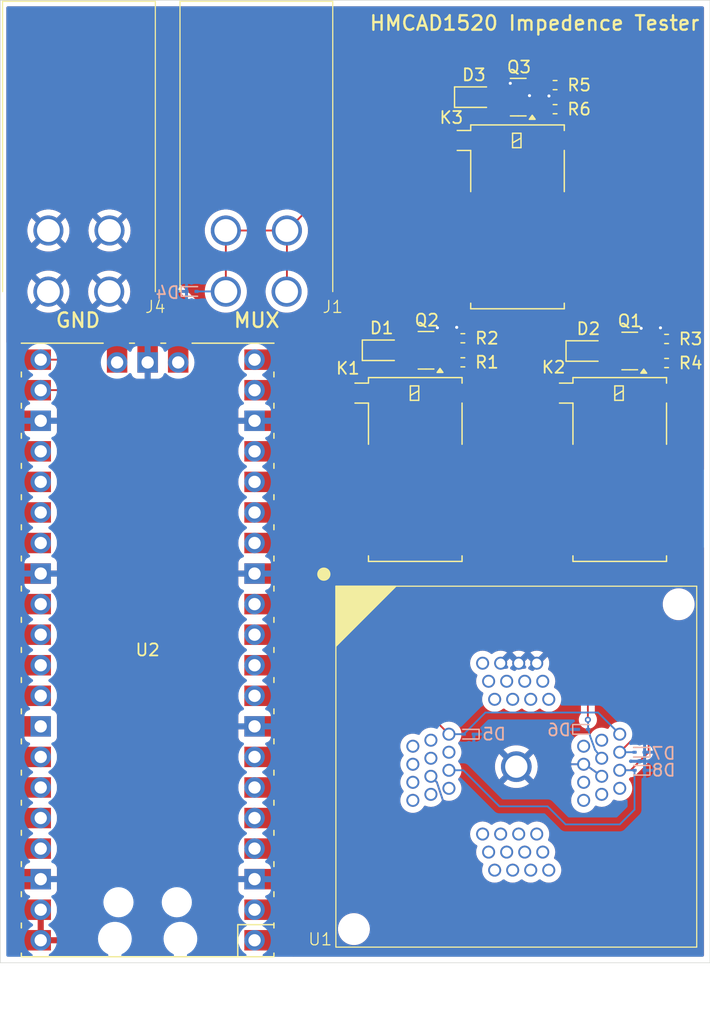
<source format=kicad_pcb>
(kicad_pcb (version 20240108) (generator "pcbnew") (generator_version "8.0")
  (layers (0 "F.Cu" signal) (31 "B.Cu" signal) (34 "B.Paste" user) (35 "F.Paste" user) (36 "B.SilkS" user "B.Silkscreen") (37 "F.SilkS" user "F.Silkscreen") (38 "B.Mask" user) (39 "F.Mask" user) (44 "Edge.Cuts" user))
  (net 0 "")
  (net 1 "Net-(D1-A)")
  (net 2 "+5V")
  (net 3 "Net-(D2-A)")
  (net 4 "Net-(D3-A)")
  (net 5 "GND")
  (net 6 "Net-(D4-A2)")
  (net 7 "/AVDD")
  (net 8 "/AVDD2")
  (net 9 "/OVDD")
  (net 10 "/DVDD")
  (net 11 "Net-(K1-Pad9)")
  (net 15 "Net-(K2-Pad9)")
  (net 22 "Net-(Q1-G)")
  (net 23 "Net-(Q2-G)")
  (net 24 "Net-(Q3-G)")
  (net 25 "/SEL2")
  (net 26 "/SEL1")
  (net 27 "/SEL0")
  (footprint "Relay_SMD:Relay_DPDT_Kemet_EE2_NU" (layer "F.Cu") (at 136 98)
    (property "Reference" "K2" (at -5.5 -8.5 0) (layer "F.SilkS"))
    (property "Value" "EE2-5NU")
    (pad "1" smd roundrect (at -3.645 -6.35 270) (size 1.11 3) (layers "F.Cu" "F.Paste" "F.Mask") (roundrect_rratio 0.225) (net 2 "+5V"))
    (pad "3" smd roundrect (at -3.645 -1.27 270) (size 1.11 3) (layers "F.Cu" "F.Paste" "F.Mask") (roundrect_rratio 0.225))
    (pad "4" smd roundrect (at -3.645 1.27 270) (size 1.11 3) (layers "F.Cu" "F.Paste" "F.Mask") (roundrect_rratio 0.225))
    (pad "5" smd roundrect (at -3.645 3.81 270) (size 1.11 3) (layers "F.Cu" "F.Paste" "F.Mask") (roundrect_rratio 0.225))
    (pad "8" smd roundrect (at 3.645 3.81 270) (size 1.11 3) (layers "F.Cu" "F.Paste" "F.Mask") (roundrect_rratio 0.225) (net 9 "/OVDD"))
    (pad "9" smd roundrect (at 3.645 1.27 270) (size 1.11 3) (layers "F.Cu" "F.Paste" "F.Mask") (roundrect_rratio 0.225) (net 15 "Net-(K2-Pad9)"))
    (pad "10" smd roundrect (at 3.645 -1.27 270) (size 1.11 3) (layers "F.Cu" "F.Paste" "F.Mask") (roundrect_rratio 0.225) (net 10 "/DVDD"))
    (pad "12" smd roundrect (at 3.645 -6.35 270) (size 1.11 3) (layers "F.Cu" "F.Paste" "F.Mask") (roundrect_rratio 0.225) (net 3 "Net-(D2-A)"))
  )
  (footprint "Resistor_SMD:R_0402_1005Metric" (layer "F.Cu") (at 139.895 89.15 180)
    (property "Reference" "R4" (at -2 0 0) (layer "F.SilkS"))
    (property "Value" "10k")
    (pad "1" smd roundrect (at -0.51 0 180) (size 0.54 0.64) (layers "F.Cu" "F.Paste" "F.Mask") (net 26 "/SEL1"))
    (pad "2" smd roundrect (at 0.51 0 180) (size 0.54 0.64) (layers "F.Cu" "F.Paste" "F.Mask") (net 22 "Net-(Q1-G)"))
  )
  (footprint "Resistor_SMD:R_0402_1005Metric" (layer "F.Cu") (at 139.895 87.15)
    (property "Reference" "R3" (at 2 0 0) (layer "F.SilkS"))
    (property "Value" "10k")
    (pad "1" smd roundrect (at -0.51 0) (size 0.54 0.64) (layers "F.Cu" "F.Paste" "F.Mask") (net 5 "GND"))
    (pad "2" smd roundrect (at 0.51 0) (size 0.54 0.64) (layers "F.Cu" "F.Paste" "F.Mask") (net 26 "/SEL1"))
  )
  (footprint "Package_TO_SOT_SMD:SOT-23" (layer "F.Cu") (at 127.5625 67.05 180)
    (property "Reference" "Q3" (at -0.0625 2.5 0) (layer "F.SilkS"))
    (property "Value" "DMN61D8LQ")
    (pad "1" smd roundrect (at -0.9375 -0.95 180) (size 1.475 0.6) (layers "F.Cu" "F.Paste" "F.Mask") (net 24 "Net-(Q3-G)"))
    (pad "2" smd roundrect (at -0.9375 0.95 180) (size 1.475 0.6) (layers "F.Cu" "F.Paste" "F.Mask") (net 5 "GND"))
    (pad "3" smd roundrect (at 0.9375 0 180) (size 1.475 0.6) (layers "F.Cu" "F.Paste" "F.Mask") (net 4 "Net-(D3-A)"))
  )
  (footprint "Package_TO_SOT_SMD:SOT-23" (layer "F.Cu") (at 119.895 88.09 180)
    (property "Reference" "Q2" (at -0.0625 2.5 0) (layer "F.SilkS"))
    (property "Value" "DMN61D8LQ")
    (pad "1" smd roundrect (at -0.9375 -0.95 180) (size 1.475 0.6) (layers "F.Cu" "F.Paste" "F.Mask") (net 23 "Net-(Q2-G)"))
    (pad "2" smd roundrect (at -0.9375 0.95 180) (size 1.475 0.6) (layers "F.Cu" "F.Paste" "F.Mask") (net 5 "GND"))
    (pad "3" smd roundrect (at 0.9375 0 180) (size 1.475 0.6) (layers "F.Cu" "F.Paste" "F.Mask") (net 1 "Net-(D1-A)"))
  )
  (footprint "Resistor_SMD:R_0402_1005Metric" (layer "F.Cu") (at 122.9575 87.09)
    (property "Reference" "R2" (at 2 0 0) (layer "F.SilkS"))
    (property "Value" "10k")
    (pad "1" smd roundrect (at -0.51 0) (size 0.54 0.64) (layers "F.Cu" "F.Paste" "F.Mask") (net 5 "GND"))
    (pad "2" smd roundrect (at 0.51 0) (size 0.54 0.64) (layers "F.Cu" "F.Paste" "F.Mask") (net 25 "/SEL2"))
  )
  (footprint "Diode_SMD:D_SOD-323" (layer "F.Cu") (at 116.2075 88.09)
    (property "Reference" "D1" (at 0 -1.85 0) (layer "F.SilkS"))
    (property "Value" "D_Filled")
    (pad "1" smd roundrect (at -1.05 0) (size 0.6 0.45) (layers "F.Cu" "F.Paste" "F.Mask") (net 2 "+5V"))
    (pad "2" smd roundrect (at 1.05 0) (size 0.6 0.45) (layers "F.Cu" "F.Paste" "F.Mask") (net 1 "Net-(D1-A)"))
  )
  (footprint "Diode_SMD:D_SOD-323" (layer "F.Cu") (at 133.145 88.15)
    (property "Reference" "D2" (at 0.25 -1.85 0) (layer "F.SilkS"))
    (property "Value" "D_Filled")
    (pad "1" smd roundrect (at -1.05 0) (size 0.6 0.45) (layers "F.Cu" "F.Paste" "F.Mask") (net 2 "+5V"))
    (pad "2" smd roundrect (at 1.05 0) (size 0.6 0.45) (layers "F.Cu" "F.Paste" "F.Mask") (net 3 "Net-(D2-A)"))
  )
  (footprint "ThunderScope:3M_248-5205-01" (layer "F.Cu") (at 127.4 122.7)
    (property "Reference" "U1" (at -16.3 14.35 0) (layer "F.SilkS") (effects (font (thickness 0.1))))
    (property "Value" "HMCAD1520")
    (pad "" np_thru_hole circle (at -13.5 13.5) (size 2.25 2.25) (drill 2.25) (layers "F&B.Cu" "*.Mask"))
    (pad "" np_thru_hole circle (at 13.5 -13.5) (size 2.25 2.25) (drill 2.25) (layers "F&B.Cu" "*.Mask"))
    (pad "1" thru_hole circle (at -5.6 -2.7) (size 1.08 1.08) (drill 0.78) (layers "*.Cu" "*.Mask") (net 7 "/AVDD"))
    (pad "2" thru_hole circle (at -7.1 -2.2) (size 1.08 1.08) (drill 0.78) (layers "*.Cu" "*.Mask"))
    (pad "3" thru_hole circle (at -8.6 -1.7) (size 1.08 1.08) (drill 0.78) (layers "*.Cu" "*.Mask"))
    (pad "4" thru_hole circle (at -5.6 -1.2) (size 1.08 1.08) (drill 0.78) (layers "*.Cu" "*.Mask"))
    (pad "5" thru_hole circle (at -7.1 -0.7) (size 1.08 1.08) (drill 0.78) (layers "*.Cu" "*.Mask"))
    (pad "6" thru_hole circle (at -8.6 -0.2) (size 1.08 1.08) (drill 0.78) (layers "*.Cu" "*.Mask"))
    (pad "7" thru_hole circle (at -5.6 0.3) (size 1.08 1.08) (drill 0.78) (layers "*.Cu" "*.Mask") (net 10 "/DVDD"))
    (pad "8" thru_hole circle (at -7.1 0.8) (size 1.08 1.08) (drill 0.78) (layers "*.Cu" "*.Mask") (net 5 "GND"))
    (pad "9" thru_hole circle (at -8.6 1.3) (size 1.08 1.08) (drill 0.78) (layers "*.Cu" "*.Mask"))
    (pad "10" thru_hole circle (at -5.6 1.8) (size 1.08 1.08) (drill 0.78) (layers "*.Cu" "*.Mask"))
    (pad "11" thru_hole circle (at -7.1 2.3) (size 1.08 1.08) (drill 0.78) (layers "*.Cu" "*.Mask"))
    (pad "12" thru_hole circle (at -8.6 2.8) (size 1.08 1.08) (drill 0.78) (layers "*.Cu" "*.Mask"))
    (pad "13" thru_hole circle (at -2.8 5.6 270) (size 1.08 1.08) (drill 0.78) (layers "*.Cu" "*.Mask"))
    (pad "14" thru_hole circle (at -2.3 7.1 270) (size 1.08 1.08) (drill 0.78) (layers "*.Cu" "*.Mask"))
    (pad "15" thru_hole circle (at -1.8 8.6 270) (size 1.08 1.08) (drill 0.78) (layers "*.Cu" "*.Mask"))
    (pad "16" thru_hole circle (at -1.3 5.6 270) (size 1.08 1.08) (drill 0.78) (layers "*.Cu" "*.Mask"))
    (pad "17" thru_hole circle (at -0.8 7.1 270) (size 1.08 1.08) (drill 0.78) (layers "*.Cu" "*.Mask"))
    (pad "18" thru_hole circle (at -0.3 8.6 270) (size 1.08 1.08) (drill 0.78) (layers "*.Cu" "*.Mask"))
    (pad "19" thru_hole circle (at 0.2 5.6 270) (size 1.08 1.08) (drill 0.78) (layers "*.Cu" "*.Mask"))
    (pad "20" thru_hole circle (at 0.7 7.1 270) (size 1.08 1.08) (drill 0.78) (layers "*.Cu" "*.Mask"))
    (pad "21" thru_hole circle (at 1.2 8.6 270) (size 1.08 1.08) (drill 0.78) (layers "*.Cu" "*.Mask"))
    (pad "22" thru_hole circle (at 1.7 5.6 270) (size 1.08 1.08) (drill 0.78) (layers "*.Cu" "*.Mask"))
    (pad "23" thru_hole circle (at 2.2 7.1 270) (size 1.08 1.08) (drill 0.78) (layers "*.Cu" "*.Mask"))
    (pad "24" thru_hole circle (at 2.7 8.6 270) (size 1.08 1.08) (drill 0.78) (layers "*.Cu" "*.Mask"))
    (pad "25" thru_hole circle (at 5.6 2.8) (size 1.08 1.08) (drill 0.78) (layers "*.Cu" "*.Mask"))
    (pad "26" thru_hole circle (at 7.1 2.3) (size 1.08 1.08) (drill 0.78) (layers "*.Cu" "*.Mask"))
    (pad "27" thru_hole circle (at 8.6 1.8) (size 1.08 1.08) (drill 0.78) (layers "*.Cu" "*.Mask"))
    (pad "28" thru_hole circle (at 5.6 1.3) (size 1.08 1.08) (drill 0.78) (layers "*.Cu" "*.Mask"))
    (pad "29" thru_hole circle (at 7.1 0.8) (size 1.08 1.08) (drill 0.78) (layers "*.Cu" "*.Mask") (net 5 "GND"))
    (pad "30" thru_hole circle (at 8.6 0.3) (size 1.08 1.08) (drill 0.78) (layers "*.Cu" "*.Mask") (net 10 "/DVDD"))
    (pad "31" thru_hole circle (at 5.6 -0.2) (size 1.08 1.08) (drill 0.78) (layers "*.Cu" "*.Mask") (net 5 "GND"))
    (pad "32" thru_hole circle (at 7.1 -0.7) (size 1.08 1.08) (drill 0.78) (layers "*.Cu" "*.Mask") (net 8 "/AVDD2"))
    (pad "33" thru_hole circle (at 8.6 -1.2) (size 1.08 1.08) (drill 0.78) (layers "*.Cu" "*.Mask") (net 9 "/OVDD"))
    (pad "34" thru_hole circle (at 5.6 -1.7) (size 1.08 1.08) (drill 0.78) (layers "*.Cu" "*.Mask"))
    (pad "35" thru_hole circle (at 7.1 -2.2) (size 1.08 1.08) (drill 0.78) (layers "*.Cu" "*.Mask"))
    (pad "36" thru_hole circle (at 8.6 -2.7) (size 1.08 1.08) (drill 0.78) (layers "*.Cu" "*.Mask") (net 7 "/AVDD"))
    (pad "37" thru_hole circle (at 2.7 -5.6 270) (size 1.08 1.08) (drill 0.78) (layers "*.Cu" "*.Mask"))
    (pad "38" thru_hole circle (at 2.2 -7.1 270) (size 1.08 1.08) (drill 0.78) (layers "*.Cu" "*.Mask"))
    (pad "39" thru_hole circle (at 1.7 -8.6 270) (size 1.08 1.08) (drill 0.78) (layers "*.Cu" "*.Mask") (net 5 "GND"))
    (pad "40" thru_hole circle (at 1.2 -5.6 270) (size 1.08 1.08) (drill 0.78) (layers "*.Cu" "*.Mask"))
    (pad "41" thru_hole circle (at 0.7 -7.1 270) (size 1.08 1.08) (drill 0.78) (layers "*.Cu" "*.Mask"))
    (pad "42" thru_hole circle (at 0.2 -8.6 270) (size 1.08 1.08) (drill 0.78) (layers "*.Cu" "*.Mask") (net 5 "GND"))
    (pad "43" thru_hole circle (at -0.3 -5.6 270) (size 1.08 1.08) (drill 0.78) (layers "*.Cu" "*.Mask"))
    (pad "44" thru_hole circle (at -0.8 -7.1 270) (size 1.08 1.08) (drill 0.78) (layers "*.Cu" "*.Mask"))
    (pad "45" thru_hole circle (at -1.3 -8.6 270) (size 1.08 1.08) (drill 0.78) (layers "*.Cu" "*.Mask") (net 5 "GND"))
    (pad "46" thru_hole circle (at -1.8 -5.6 270) (size 1.08 1.08) (drill 0.78) (layers "*.Cu" "*.Mask"))
    (pad "47" thru_hole circle (at -2.3 -7.1 270) (size 1.08 1.08) (drill 0.78) (layers "*.Cu" "*.Mask"))
    (pad "48" thru_hole circle (at -2.8 -8.6 270) (size 1.08 1.08) (drill 0.78) (layers "*.Cu" "*.Mask"))
    (pad "49" thru_hole circle (at 0 0) (size 2.55 2.55) (drill 1.85) (layers "*.Cu" "*.Mask") (net 5 "GND"))
  )
  (footprint "Resistor_SMD:R_0402_1005Metric" (layer "F.Cu") (at 122.9575 89.09 180)
    (property "Reference" "R1" (at -2 0 0) (layer "F.SilkS"))
    (property "Value" "10k")
    (pad "1" smd roundrect (at -0.51 0 180) (size 0.54 0.64) (layers "F.Cu" "F.Paste" "F.Mask") (net 25 "/SEL2"))
    (pad "2" smd roundrect (at 0.51 0 180) (size 0.54 0.64) (layers "F.Cu" "F.Paste" "F.Mask") (net 23 "Net-(Q2-G)"))
  )
  (footprint "Relay_SMD:Relay_DPDT_Kemet_EE2_NU" (layer "F.Cu") (at 127.5 77)
    (property "Reference" "K3" (at -5.5 -8.25 0) (layer "F.SilkS"))
    (property "Value" "EE2-5NU")
    (pad "1" smd roundrect (at -3.645 -6.35 270) (size 1.11 3) (layers "F.Cu" "F.Paste" "F.Mask") (roundrect_rratio 0.225) (net 2 "+5V"))
    (pad "3" smd roundrect (at -3.645 -1.27 270) (size 1.11 3) (layers "F.Cu" "F.Paste" "F.Mask") (roundrect_rratio 0.225))
    (pad "4" smd roundrect (at -3.645 1.27 270) (size 1.11 3) (layers "F.Cu" "F.Paste" "F.Mask") (roundrect_rratio 0.225))
    (pad "5" smd roundrect (at -3.645 3.81 270) (size 1.11 3) (layers "F.Cu" "F.Paste" "F.Mask") (roundrect_rratio 0.225))
    (pad "8" smd roundrect (at 3.645 3.81 270) (size 1.11 3) (layers "F.Cu" "F.Paste" "F.Mask") (roundrect_rratio 0.225) (net 15 "Net-(K2-Pad9)"))
    (pad "9" smd roundrect (at 3.645 1.27 270) (size 1.11 3) (layers "F.Cu" "F.Paste" "F.Mask") (roundrect_rratio 0.225) (net 6 "Net-(D4-A2)"))
    (pad "10" smd roundrect (at 3.645 -1.27 270) (size 1.11 3) (layers "F.Cu" "F.Paste" "F.Mask") (roundrect_rratio 0.225) (net 11 "Net-(K1-Pad9)"))
    (pad "12" smd roundrect (at 3.645 -6.35 270) (size 1.11 3) (layers "F.Cu" "F.Paste" "F.Mask") (roundrect_rratio 0.225) (net 4 "Net-(D3-A)"))
  )
  (footprint "Diode_SMD:D_SOD-323" (layer "F.Cu") (at 123.875 67.05)
    (property "Reference" "D3" (at 0 -1.85 0) (layer "F.SilkS"))
    (property "Value" "D_Filled")
    (pad "1" smd roundrect (at -1.05 0) (size 0.6 0.45) (layers "F.Cu" "F.Paste" "F.Mask") (net 2 "+5V"))
    (pad "2" smd roundrect (at 1.05 0) (size 0.6 0.45) (layers "F.Cu" "F.Paste" "F.Mask") (net 4 "Net-(D3-A)"))
  )
  (footprint "Resistor_SMD:R_0402_1005Metric" (layer "F.Cu") (at 130.625 66.05)
    (property "Reference" "R5" (at 2 0 0) (layer "F.SilkS"))
    (property "Value" "10k")
    (pad "1" smd roundrect (at -0.51 0) (size 0.54 0.64) (layers "F.Cu" "F.Paste" "F.Mask") (net 5 "GND"))
    (pad "2" smd roundrect (at 0.51 0) (size 0.54 0.64) (layers "F.Cu" "F.Paste" "F.Mask") (net 27 "/SEL0"))
  )
  (footprint "Resistor_SMD:R_0402_1005Metric" (layer "F.Cu") (at 130.625 68.05 180)
    (property "Reference" "R6" (at -2 0 0) (layer "F.SilkS"))
    (property "Value" "10k")
    (pad "1" smd roundrect (at -0.51 0 180) (size 0.54 0.64) (layers "F.Cu" "F.Paste" "F.Mask") (net 27 "/SEL0"))
    (pad "2" smd roundrect (at 0.51 0 180) (size 0.54 0.64) (layers "F.Cu" "F.Paste" "F.Mask") (net 24 "Net-(Q3-G)"))
  )
  (footprint "Relay_SMD:Relay_DPDT_Kemet_EE2_NU" (layer "F.Cu") (at 119 98)
    (property "Reference" "K1" (at -5.605 -8.41 0) (layer "F.SilkS"))
    (property "Value" "EE2-5NU")
    (pad "1" smd roundrect (at -3.645 -6.35 270) (size 1.11 3) (layers "F.Cu" "F.Paste" "F.Mask") (roundrect_rratio 0.225) (net 2 "+5V"))
    (pad "3" smd roundrect (at -3.645 -1.27 270) (size 1.11 3) (layers "F.Cu" "F.Paste" "F.Mask") (roundrect_rratio 0.225))
    (pad "4" smd roundrect (at -3.645 1.27 270) (size 1.11 3) (layers "F.Cu" "F.Paste" "F.Mask") (roundrect_rratio 0.225))
    (pad "5" smd roundrect (at -3.645 3.81 270) (size 1.11 3) (layers "F.Cu" "F.Paste" "F.Mask") (roundrect_rratio 0.225))
    (pad "8" smd roundrect (at 3.645 3.81 270) (size 1.11 3) (layers "F.Cu" "F.Paste" "F.Mask") (roundrect_rratio 0.225) (net 8 "/AVDD2"))
    (pad "9" smd roundrect (at 3.645 1.27 270) (size 1.11 3) (layers "F.Cu" "F.Paste" "F.Mask") (roundrect_rratio 0.225) (net 11 "Net-(K1-Pad9)"))
    (pad "10" smd roundrect (at 3.645 -1.27 270) (size 1.11 3) (layers "F.Cu" "F.Paste" "F.Mask") (roundrect_rratio 0.225) (net 7 "/AVDD"))
    (pad "12" smd roundrect (at 3.645 -6.35 270) (size 1.11 3) (layers "F.Cu" "F.Paste" "F.Mask") (roundrect_rratio 0.225) (net 1 "Net-(D1-A)"))
  )
  (footprint "MCU_RaspberryPi_and_Boards:RPi_Pico_SMD_TH" (layer "F.Cu") (at 96.75 113 180)
    (property "Reference" "U2" (at 0 0 0) (layer "F.SilkS"))
    (property "Value" "Pico")
    (pad "" np_thru_hole oval (at -2.725 -24 180) (size 1.8 1.8) (drill 1.8) (layers "*.Cu" "*.Mask"))
    (pad "" np_thru_hole oval (at -2.425 -20.97 180) (size 1.5 1.5) (drill 1.5) (layers "*.Cu" "*.Mask"))
    (pad "" np_thru_hole oval (at 2.425 -20.97 180) (size 1.5 1.5) (drill 1.5) (layers "*.Cu" "*.Mask"))
    (pad "" np_thru_hole oval (at 2.725 -24 180) (size 1.8 1.8) (drill 1.8) (layers "*.Cu" "*.Mask"))
    (pad "1" thru_hole oval (at -8.89 -24.13 180) (size 1.7 1.7) (drill 1.02) (layers "*.Cu" "*.Mask"))
    (pad "1" smd rect (at -8.89 -24.13 180) (size 3.5 1.7) (drill (offset -0.9 0)) (layers "F.Cu" "F.Mask"))
    (pad "2" thru_hole oval (at -8.89 -21.59 180) (size 1.7 1.7) (drill 1.02) (layers "*.Cu" "*.Mask"))
    (pad "2" smd rect (at -8.89 -21.59 180) (size 3.5 1.7) (drill (offset -0.9 0)) (layers "F.Cu" "F.Mask"))
    (pad "3" thru_hole rect (at -8.89 -19.05 180) (size 1.7 1.7) (drill 1.02) (layers "*.Cu" "*.Mask") (net 5 "GND"))
    (pad "3" smd rect (at -8.89 -19.05 180) (size 3.5 1.7) (drill (offset -0.9 0)) (layers "F.Cu" "F.Mask") (net 5 "GND"))
    (pad "4" thru_hole oval (at -8.89 -16.51 180) (size 1.7 1.7) (drill 1.02) (layers "*.Cu" "*.Mask"))
    (pad "4" smd rect (at -8.89 -16.51 180) (size 3.5 1.7) (drill (offset -0.9 0)) (layers "F.Cu" "F.Mask"))
    (pad "5" thru_hole oval (at -8.89 -13.97 180) (size 1.7 1.7) (drill 1.02) (layers "*.Cu" "*.Mask"))
    (pad "5" smd rect (at -8.89 -13.97 180) (size 3.5 1.7) (drill (offset -0.9 0)) (layers "F.Cu" "F.Mask"))
    (pad "6" thru_hole oval (at -8.89 -11.43 180) (size 1.7 1.7) (drill 1.02) (layers "*.Cu" "*.Mask"))
    (pad "6" smd rect (at -8.89 -11.43 180) (size 3.5 1.7) (drill (offset -0.9 0)) (layers "F.Cu" "F.Mask"))
    (pad "7" thru_hole oval (at -8.89 -8.89 180) (size 1.7 1.7) (drill 1.02) (layers "*.Cu" "*.Mask"))
    (pad "7" smd rect (at -8.89 -8.89 180) (size 3.5 1.7) (drill (offset -0.9 0)) (layers "F.Cu" "F.Mask"))
    (pad "8" thru_hole rect (at -8.89 -6.35 180) (size 1.7 1.7) (drill 1.02) (layers "*.Cu" "*.Mask") (net 5 "GND"))
    (pad "8" smd rect (at -8.89 -6.35 180) (size 3.5 1.7) (drill (offset -0.9 0)) (layers "F.Cu" "F.Mask") (net 5 "GND"))
    (pad "9" thru_hole oval (at -8.89 -3.81 180) (size 1.7 1.7) (drill 1.02) (layers "*.Cu" "*.Mask"))
    (pad "9" smd rect (at -8.89 -3.81 180) (size 3.5 1.7) (drill (offset -0.9 0)) (layers "F.Cu" "F.Mask"))
    (pad "10" thru_hole oval (at -8.89 -1.27 180) (size 1.7 1.7) (drill 1.02) (layers "*.Cu" "*.Mask"))
    (pad "10" smd rect (at -8.89 -1.27 180) (size 3.5 1.7) (drill (offset -0.9 0)) (layers "F.Cu" "F.Mask"))
    (pad "11" thru_hole oval (at -8.89 1.27 180) (size 1.7 1.7) (drill 1.02) (layers "*.Cu" "*.Mask"))
    (pad "11" smd rect (at -8.89 1.27 180) (size 3.5 1.7) (drill (offset -0.9 0)) (layers "F.Cu" "F.Mask"))
    (pad "12" thru_hole oval (at -8.89 3.81 180) (size 1.7 1.7) (drill 1.02) (layers "*.Cu" "*.Mask"))
    (pad "12" smd rect (at -8.89 3.81 180) (size 3.5 1.7) (drill (offset -0.9 0)) (layers "F.Cu" "F.Mask"))
    (pad "13" thru_hole rect (at -8.89 6.35 180) (size 1.7 1.7) (drill 1.02) (layers "*.Cu" "*.Mask") (net 5 "GND"))
    (pad "13" smd rect (at -8.89 6.35 180) (size 3.5 1.7) (drill (offset -0.9 0)) (layers "F.Cu" "F.Mask") (net 5 "GND"))
    (pad "14" thru_hole oval (at -8.89 8.89 180) (size 1.7 1.7) (drill 1.02) (layers "*.Cu" "*.Mask"))
    (pad "14" smd rect (at -8.89 8.89 180) (size 3.5 1.7) (drill (offset -0.9 0)) (layers "F.Cu" "F.Mask"))
    (pad "15" thru_hole oval (at -8.89 11.43 180) (size 1.7 1.7) (drill 1.02) (layers "*.Cu" "*.Mask"))
    (pad "15" smd rect (at -8.89 11.43 180) (size 3.5 1.7) (drill (offset -0.9 0)) (layers "F.Cu" "F.Mask"))
    (pad "16" thru_hole oval (at -8.89 13.97 180) (size 1.7 1.7) (drill 1.02) (layers "*.Cu" "*.Mask"))
    (pad "16" smd rect (at -8.89 13.97 180) (size 3.5 1.7) (drill (offset -0.9 0)) (layers "F.Cu" "F.Mask"))
    (pad "17" thru_hole oval (at -8.89 16.51 180) (size 1.7 1.7) (drill 1.02) (layers "*.Cu" "*.Mask"))
    (pad "17" smd rect (at -8.89 16.51 180) (size 3.5 1.7) (drill (offset -0.9 0)) (layers "F.Cu" "F.Mask"))
    (pad "18" thru_hole rect (at -8.89 19.05 180) (size 1.7 1.7) (drill 1.02) (layers "*.Cu" "*.Mask") (net 5 "GND"))
    (pad "18" smd rect (at -8.89 19.05 180) (size 3.5 1.7) (drill (offset -0.9 0)) (layers "F.Cu" "F.Mask") (net 5 "GND"))
    (pad "19" thru_hole oval (at -8.89 21.59 180) (size 1.7 1.7) (drill 1.02) (layers "*.Cu" "*.Mask"))
    (pad "19" smd rect (at -8.89 21.59 180) (size 3.5 1.7) (drill (offset -0.9 0)) (layers "F.Cu" "F.Mask"))
    (pad "20" thru_hole oval (at -8.89 24.13 180) (size 1.7 1.7) (drill 1.02) (layers "*.Cu" "*.Mask") (net 25 "/SEL2"))
    (pad "20" smd rect (at -8.89 24.13 180) (size 3.5 1.7) (drill (offset -0.9 0)) (layers "F.Cu" "F.Mask") (net 25 "/SEL2"))
    (pad "21" thru_hole oval (at 8.89 24.13 180) (size 1.7 1.7) (drill 1.02) (layers "*.Cu" "*.Mask") (net 26 "/SEL1"))
    (pad "21" smd rect (at 8.89 24.13 180) (size 3.5 1.7) (drill (offset 0.9 0)) (layers "F.Cu" "F.Mask") (net 26 "/SEL1"))
    (pad "22" thru_hole oval (at 8.89 21.59 180) (size 1.7 1.7) (drill 1.02) (layers "*.Cu" "*.Mask") (net 27 "/SEL0"))
    (pad "22" smd rect (at 8.89 21.59 180) (size 3.5 1.7) (drill (offset 0.9 0)) (layers "F.Cu" "F.Mask") (net 27 "/SEL0"))
    (pad "23" thru_hole rect (at 8.89 19.05 180) (size 1.7 1.7) (drill 1.02) (layers "*.Cu" "*.Mask") (net 5 "GND"))
    (pad "23" smd rect (at 8.89 19.05 180) (size 3.5 1.7) (drill (offset 0.9 0)) (layers "F.Cu" "F.Mask") (net 5 "GND"))
    (pad "24" thru_hole oval (at 8.89 16.51 180) (size 1.7 1.7) (drill 1.02) (layers "*.Cu" "*.Mask"))
    (pad "24" smd rect (at 8.89 16.51 180) (size 3.5 1.7) (drill (offset 0.9 0)) (layers "F.Cu" "F.Mask"))
    (pad "25" thru_hole oval (at 8.89 13.97 180) (size 1.7 1.7) (drill 1.02) (layers "*.Cu" "*.Mask"))
    (pad "25" smd rect (at 8.89 13.97 180) (size 3.5 1.7) (drill (offset 0.9 0)) (layers "F.Cu" "F.Mask"))
    (pad "26" thru_hole oval (at 8.89 11.43 180) (size 1.7 1.7) (drill 1.02) (layers "*.Cu" "*.Mask"))
    (pad "26" smd rect (at 8.89 11.43 180) (size 3.5 1.7) (drill (offset 0.9 0)) (layers "F.Cu" "F.Mask"))
    (pad "27" thru_hole oval (at 8.89 8.89 180) (size 1.7 1.7) (drill 1.02) (layers "*.Cu" "*.Mask"))
    (pad "27" smd rect (at 8.89 8.89 180) (size 3.5 1.7) (drill (offset 0.9 0)) (layers "F.Cu" "F.Mask"))
    (pad "28" thru_hole rect (at 8.89 6.35 180) (size 1.7 1.7) (drill 1.02) (layers "*.Cu" "*.Mask") (net 5 "GND"))
    (pad "28" smd rect (at 8.89 6.35 180) (size 3.5 1.7) (drill (offset 0.9 0)) (layers "F.Cu" "F.Mask") (net 5 "GND"))
    (pad "29" thru_hole oval (at 8.89 3.81 180) (size 1.7 1.7) (drill 1.02) (layers "*.Cu" "*.Mask"))
    (pad "29" smd rect (at 8.89 3.81 180) (size 3.5 1.7) (drill (offset 0.9 0)) (layers "F.Cu" "F.Mask"))
    (pad "30" thru_hole oval (at 8.89 1.27 180) (size 1.7 1.7) (drill 1.02) (layers "*.Cu" "*.Mask"))
    (pad "30" smd rect (at 8.89 1.27 180) (size 3.5 1.7) (drill (offset 0.9 0)) (layers "F.Cu" "F.Mask"))
    (pad "31" thru_hole oval (at 8.89 -1.27 180) (size 1.7 1.7) (drill 1.02) (layers "*.Cu" "*.Mask"))
    (pad "31" smd rect (at 8.89 -1.27 180) (size 3.5 1.7) (drill (offset 0.9 0)) (layers "F.Cu" "F.Mask"))
    (pad "32" thru_hole oval (at 8.89 -3.81 180) (size 1.7 1.7) (drill 1.02) (layers "*.Cu" "*.Mask"))
    (pad "32" smd rect (at 8.89 -3.81 180) (size 3.5 1.7) (drill (offset 0.9 0)) (layers "F.Cu" "F.Mask"))
    (pad "33" thru_hole rect (at 8.89 -6.35 180) (size 1.7 1.7) (drill 1.02) (layers "*.Cu" "*.Mask"))
    (pad "33" smd rect (at 8.89 -6.35 180) (size 3.5 1.7) (drill (offset 0.9 0)) (layers "F.Cu" "F.Mask"))
    (pad "34" thru_hole oval (at 8.89 -8.89 180) (size 1.7 1.7) (drill 1.02) (layers "*.Cu" "*.Mask"))
    (pad "34" smd rect (at 8.89 -8.89 180) (size 3.5 1.7) (drill (offset 0.9 0)) (layers "F.Cu" "F.Mask"))
    (pad "35" thru_hole oval (at 8.89 -11.43 180) (size 1.7 1.7) (drill 1.02) (layers "*.Cu" "*.Mask"))
    (pad "35" smd rect (at 8.89 -11.43 180) (size 3.5 1.7) (drill (offset 0.9 0)) (layers "F.Cu" "F.Mask"))
    (pad "36" thru_hole oval (at 8.89 -13.97 180) (size 1.7 1.7) (drill 1.02) (layers "*.Cu" "*.Mask"))
    (pad "36" smd rect (at 8.89 -13.97 180) (size 3.5 1.7) (drill (offset 0.9 0)) (layers "F.Cu" "F.Mask"))
    (pad "37" thru_hole oval (at 8.89 -16.51 180) (size 1.7 1.7) (drill 1.02) (layers "*.Cu" "*.Mask"))
    (pad "37" smd rect (at 8.89 -16.51 180) (size 3.5 1.7) (drill (offset 0.9 0)) (layers "F.Cu" "F.Mask"))
    (pad "38" thru_hole rect (at 8.89 -19.05 180) (size 1.7 1.7) (drill 1.02) (layers "*.Cu" "*.Mask") (net 5 "GND"))
    (pad "38" smd rect (at 8.89 -19.05 180) (size 3.5 1.7) (drill (offset 0.9 0)) (layers "F.Cu" "F.Mask") (net 5 "GND"))
    (pad "39" thru_hole oval (at 8.89 -21.59 180) (size 1.7 1.7) (drill 1.02) (layers "*.Cu" "*.Mask") (net 2 "+5V"))
    (pad "39" smd rect (at 8.89 -21.59 180) (size 3.5 1.7) (drill (offset 0.9 0)) (layers "F.Cu" "F.Mask") (net 2 "+5V"))
    (pad "40" thru_hole oval (at 8.89 -24.13 180) (size 1.7 1.7) (drill 1.02) (layers "*.Cu" "*.Mask") (net 2 "+5V"))
    (pad "40" smd rect (at 8.89 -24.13 180) (size 3.5 1.7) (drill (offset 0.9 0)) (layers "F.Cu" "F.Mask") (net 2 "+5V"))
    (pad "41" thru_hole oval (at -2.54 23.9 180) (size 1.7 1.7) (drill 1.02) (layers "*.Cu" "*.Mask"))
    (pad "41" smd rect (at -2.54 23.9 270) (size 3.5 1.7) (drill (offset -0.9 0)) (layers "F.Cu" "F.Mask"))
    (pad "42" thru_hole rect (at 0 23.9 180) (size 1.7 1.7) (drill 1.02) (layers "*.Cu" "*.Mask") (net 5 "GND"))
    (pad "42" smd rect (at 0 23.9 270) (size 3.5 1.7) (drill (offset -0.9 0)) (layers "F.Cu" "F.Mask") (net 5 "GND"))
    (pad "43" thru_hole oval (at 2.54 23.9 180) (size 1.7 1.7) (drill 1.02) (layers "*.Cu" "*.Mask"))
    (pad "43" smd rect (at 2.54 23.9 270) (size 3.5 1.7) (drill (offset -0.9 0)) (layers "F.Cu" "F.Mask"))
  )
  (footprint "Package_TO_SOT_SMD:SOT-23" (layer "F.Cu") (at 136.8325 88.15 180)
    (property "Reference" "Q1" (at 0 2.5 0) (layer "F.SilkS"))
    (property "Value" "DMN61D8LQ")
    (pad "1" smd roundrect (at -0.9375 -0.95 180) (size 1.475 0.6) (layers "F.Cu" "F.Paste" "F.Mask") (net 22 "Net-(Q1-G)"))
    (pad "2" smd roundrect (at -0.9375 0.95 180) (size 1.475 0.6) (layers "F.Cu" "F.Paste" "F.Mask") (net 5 "GND"))
    (pad "3" smd roundrect (at 0.9375 0 180) (size 1.475 0.6) (layers "F.Cu" "F.Paste" "F.Mask") (net 3 "Net-(D2-A)"))
  )
  (footprint "ThunderScope:CT3151" (layer "F.Cu") (at 105.79 80.675)
    (property "Reference" "J1" (at 6.35 3.81 0) (layer "F.SilkS") (effects (font (thickness 0.1))))
    (property "Value" "Conn_01x01")
    (pad "1" thru_hole circle (at -2.54 -2.54) (size 2.5 2.5) (drill 1.9) (layers "*.Cu" "*.Mask") (net 6 "Net-(D4-A2)"))
    (pad "1" thru_hole circle (at -2.54 2.54) (size 2.5 2.5) (drill 1.9) (layers "*.Cu" "*.Mask") (net 6 "Net-(D4-A2)"))
    (pad "1" thru_hole circle (at 2.5133 2.54) (size 2.5 2.5) (drill 1.9) (layers "*.Cu" "*.Mask") (net 6 "Net-(D4-A2)"))
    (pad "1" thru_hole circle (at 2.54 -2.54) (size 2.5 2.5) (drill 1.9) (layers "*.Cu" "*.Mask") (net 6 "Net-(D4-A2)"))
  )
  (footprint "ThunderScope:CT3151" (layer "F.Cu") (at 91.04 80.675)
    (property "Reference" "J4" (at 6.35 3.81 0) (layer "F.SilkS") (effects (font (thickness 0.1))))
    (property "Value" "Conn_01x01")
    (pad "1" thru_hole circle (at -2.54 -2.54) (size 2.5 2.5) (drill 1.9) (layers "*.Cu" "*.Mask") (net 5 "GND"))
    (pad "1" thru_hole circle (at -2.54 2.54) (size 2.5 2.5) (drill 1.9) (layers "*.Cu" "*.Mask") (net 5 "GND"))
    (pad "1" thru_hole circle (at 2.5133 2.54) (size 2.5 2.5) (drill 1.9) (layers "*.Cu" "*.Mask") (net 5 "GND"))
    (pad "1" thru_hole circle (at 2.54 -2.54) (size 2.5 2.5) (drill 1.9) (layers "*.Cu" "*.Mask") (net 5 "GND"))
  )
  (footprint "Diode_SMD:D_SOD-923" (layer "B.Cu") (at 137.65 123 180)
    (property "Reference" "D8" (at -2 0 0) (layer "B.SilkS") (effects (justify mirror)))
    (property "Value" "ESD9B5.0ST5G")
    (pad "1" smd roundrect (at -0.42 0) (size 0.36 0.25) (layers "B.Cu" "B.Paste" "B.Mask") (net 5 "GND"))
    (pad "2" smd roundrect (at 0.42 0) (size 0.36 0.25) (layers "B.Cu" "B.Paste" "B.Mask") (net 10 "/DVDD"))
  )
  (footprint "Diode_SMD:D_SOD-923" (layer "B.Cu") (at 137.65 121.5 180)
    (property "Reference" "D7" (at -2 -0.1 0) (layer "B.SilkS") (effects (justify mirror)))
    (property "Value" "ESD9B5.0ST5G")
    (pad "1" smd roundrect (at -0.42 0) (size 0.36 0.25) (layers "B.Cu" "B.Paste" "B.Mask") (net 5 "GND"))
    (pad "2" smd roundrect (at 0.42 0) (size 0.36 0.25) (layers "B.Cu" "B.Paste" "B.Mask") (net 9 "/OVDD"))
  )
  (footprint "Diode_SMD:D_SOD-923" (layer "B.Cu") (at 132.95 119.6)
    (property "Reference" "D6" (at -2 0.05 0) (layer "B.SilkS") (effects (justify mirror)))
    (property "Value" "ESD9B5.0ST5G")
    (pad "1" smd roundrect (at -0.42 0 180) (size 0.36 0.25) (layers "B.Cu" "B.Paste" "B.Mask") (net 5 "GND"))
    (pad "2" smd roundrect (at 0.42 0 180) (size 0.36 0.25) (layers "B.Cu" "B.Paste" "B.Mask") (net 8 "/AVDD2"))
  )
  (footprint "Diode_SMD:D_SOD-923" (layer "B.Cu") (at 123.45 120 180)
    (property "Reference" "D5" (at -2.1 0 0) (layer "B.SilkS") (effects (justify mirror)))
    (property "Value" "ESD9B5.0ST5G")
    (pad "1" smd roundrect (at -0.42 0) (size 0.36 0.25) (layers "B.Cu" "B.Paste" "B.Mask") (net 5 "GND"))
    (pad "2" smd roundrect (at 0.42 0) (size 0.36 0.25) (layers "B.Cu" "B.Paste" "B.Mask") (net 7 "/AVDD"))
  )
  (footprint "Diode_SMD:D_SOD-923" (layer "B.Cu") (at 100.4 83.2)
    (property "Reference" "D4" (at -2 0.1 180) (layer "B.SilkS") (effects (justify mirror)))
    (property "Value" "ESD9B5.0ST5G")
    (pad "1" smd roundrect (at -0.42 0 180) (size 0.36 0.25) (layers "B.Cu" "B.Paste" "B.Mask") (net 5 "GND"))
    (pad "2" smd roundrect (at 0.42 0 180) (size 0.36 0.25) (layers "B.Cu" "B.Paste" "B.Mask") (net 6 "Net-(D4-A2)"))
  )
  (gr_line (start 84.5 139) (end 143.5 139) (stroke (width 0.05)) (layer "Edge.Cuts"))
  (gr_line (start 143.5 59) (end 84.5 59) (stroke (width 0.05)) (layer "Edge.Cuts"))
  (gr_line (start 84.5 59) (end 84.5 139) (stroke (width 0.05)) (layer "Edge.Cuts"))
  (gr_line (start 143.5 139) (end 143.5 59) (stroke (width 0.05)) (layer "Edge.Cuts"))
  (gr_text "HMCAD1520 Impedence Tester" (at 115.1 61.6 0) (layer "F.SilkS") (effects (font (size 1.2 1.2) (thickness 0.2) (bold yes)) (justify left bottom)))
  (gr_text "GND" (at 89 86.3 0) (layer "F.SilkS") (effects (font (size 1.2 1.2) (thickness 0.2) (bold yes)) (justify left bottom)))
  (gr_text "MUX" (at 103.8 86.3 0) (layer "F.SilkS") (effects (font (size 1.2 1.2) (thickness 0.2) (bold yes)) (justify left bottom)))
  (segment (start 117.2575 88.09) (end 118.9575 88.09) (width 0.1524) (layer "F.Cu") (net 1))
  (segment (start 118.9575 90.2575) (end 120.35 91.65) (width 0.1524) (layer "F.Cu") (net 1))
  (segment (start 120.35 91.65) (end 122.645 91.65) (width 0.1524) (layer "F.Cu") (net 1))
  (segment (start 118.9575 88.09) (end 118.9575 90.2575) (width 0.1524) (layer "F.Cu") (net 1))
  (segment (start 112.2 87.1) (end 113.19 88.09) (width 0.508) (layer "F.Cu") (net 2))
  (segment (start 132.095 88.15) (end 136.1 84.145) (width 0.508) (layer "F.Cu") (net 2))
  (segment (start 87.86 137.13) (end 89.47 137.13) (width 0.508) (layer "F.Cu") (net 2))
  (segment (start 136.1 74.2) (end 134.2 72.3) (width 0.508) (layer "F.Cu") (net 2))
  (segment (start 98.6 71.9) (end 103.45 67.05) (width 0.508) (layer "F.Cu") (net 2))
  (segment (start 115.1575 91.4525) (end 115.355 91.65) (width 0.508) (layer "F.Cu") (net 2))
  (segment (start 122.898029 67.05) (end 122.825 67.05) (width 0.508) (layer "F.Cu") (net 2))
  (segment (start 102.3 116.4) (end 102.3 87.7) (width 0.508) (layer "F.Cu") (net 2))
  (segment (start 113.19 88.09) (end 115.1575 88.09) (width 0.508) (layer "F.Cu") (net 2))
  (segment (start 126.4 72.3) (end 124.75 70.65) (width 0.508) (layer "F.Cu") (net 2))
  (segment (start 134.2 72.3) (end 126.4 72.3) (width 0.508) (layer "F.Cu") (net 2))
  (segment (start 90.8 135.8) (end 90.8 127.9) (width 0.508) (layer "F.Cu") (net 2))
  (segment (start 102.9 87.1) (end 112.2 87.1) (width 0.508) (layer "F.Cu") (net 2))
  (segment (start 102.3 86.9) (end 102.5 87.1) (width 0.508) (layer "F.Cu") (net 2))
  (segment (start 115.1575 88.09) (end 115.1575 91.4525) (width 0.508) (layer "F.Cu") (net 2))
  (segment (start 87.86 137.13) (end 87.86 134.59) (width 0.508) (layer "F.Cu") (net 2))
  (segment (start 123.855 70.65) (end 123.855 68.006971) (width 0.508) (layer "F.Cu") (net 2))
  (segment (start 123.855 68.006971) (end 122.898029 67.05) (width 0.508) (layer "F.Cu") (net 2))
  (segment (start 132.095 88.15) (end 132.095 91.39) (width 0.508) (layer "F.Cu") (net 2))
  (segment (start 102.3 86.5) (end 98.6 82.8) (width 0.508) (layer "F.Cu") (net 2))
  (segment (start 102.3 87.2) (end 102.3 86.9) (width 0.508) (layer "F.Cu") (net 2))
  (segment (start 102.3 86.5) (end 102.9 87.1) (width 0.508) (layer "F.Cu") (net 2))
  (segment (start 132.095 91.39) (end 132.355 91.65) (width 0.508) (layer "F.Cu") (net 2))
  (segment (start 89.47 137.13) (end 90.8 135.8) (width 0.508) (layer "F.Cu") (net 2))
  (segment (start 124.75 70.65) (end 123.855 70.65) (width 0.508) (layer "F.Cu") (net 2))
  (segment (start 90.8 127.9) (end 102.3 116.4) (width 0.508) (layer "F.Cu") (net 2))
  (segment (start 102.3 86.9) (end 102.3 86.5) (width 0.508) (layer "F.Cu") (net 2))
  (segment (start 103.45 67.05) (end 122.825 67.05) (width 0.508) (layer "F.Cu") (net 2))
  (segment (start 102.3 87.7) (end 102.3 87.2) (width 0.508) (layer "F.Cu") (net 2))
  (segment (start 102.3 87.7) (end 102.9 87.1) (width 0.508) (layer "F.Cu") (net 2))
  (segment (start 98.6 82.8) (end 98.6 71.9) (width 0.508) (layer "F.Cu") (net 2))
  (segment (start 136.1 84.145) (end 136.1 74.2) (width 0.508) (layer "F.Cu") (net 2))
  (segment (start 102.5 87.1) (end 102.9 87.1) (width 0.508) (layer "F.Cu") (net 2))
  (segment (start 135.895 90.095) (end 137.45 91.65) (width 0.1524) (layer "F.Cu") (net 3))
  (segment (start 137.45 91.65) (end 139.645 91.65) (width 0.1524) (layer "F.Cu") (net 3))
  (segment (start 135.895 88.15) (end 135.895 90.095) (width 0.1524) (layer "F.Cu") (net 3))
  (segment (start 134.195 88.15) (end 135.895 88.15) (width 0.1524) (layer "F.Cu") (net 3))
  (segment (start 126.625 68.275) (end 129 70.65) (width 0.1524) (layer "F.Cu") (net 4))
  (segment (start 129 70.65) (end 131.145 70.65) (width 0.1524) (layer "F.Cu") (net 4))
  (segment (start 126.625 67.05) (end 126.625 68.275) (width 0.1524) (layer "F.Cu") (net 4))
  (segment (start 124.925 67.05) (end 126.625 67.05) (width 0.1524) (layer "F.Cu") (net 4))
  (segment (start 120.8825 87.09) (end 120.8325 87.14) (width 0.1524) (layer "F.Cu") (net 5))
  (segment (start 133 122.5) (end 131.8 122.5) (width 0.1524) (layer "F.Cu") (net 5))
  (segment (start 127.6 122.5) (end 127.4 122.7) (width 0.1524) (layer "F.Cu") (net 5))
  (segment (start 120.797203 124.00084) (end 120.297203 123.50084) (width 0.1524) (layer "F.Cu") (net 5))
  (segment (start 128.55 66.05) (end 128.5 66.1) (width 0.1524) (layer "F.Cu") (net 5))
  (segment (start 137.82 87.15) (end 137.77 87.2) (width 0.1524) (layer "F.Cu") (net 5))
  (segment (start 130.115 66.05) (end 128.55 66.05) (width 0.1524) (layer "F.Cu") (net 5))
  (segment (start 133.1 122.5) (end 134.5 123.5) (width 0.1524) (layer "F.Cu") (net 5))
  (segment (start 133 122.5) (end 133.1 122.5) (width 0.1524) (layer "F.Cu") (net 5))
  (segment (start 139.385 87.15) (end 137.82 87.15) (width 0.1524) (layer "F.Cu") (net 5))
  (segment (start 121.297203 125.50084) (end 120.797203 124.00084) (width 0.1524) (layer "F.Cu") (net 5))
  (segment (start 122.4475 87.09) (end 120.8825 87.09) (width 0.1524) (layer "F.Cu") (net 5))
  (via (at 120.840386 86.220112) (size 0.508) (drill 0.254) (layers "F.Cu" "B.Cu") (net 5))
  (via (at 137.781255 86.261383) (size 0.508) (drill 0.254) (layers "F.Cu" "B.Cu") (net 5))
  (via (at 126.9 65.9) (size 0.508) (drill 0.254) (layers "F.Cu" "B.Cu") (net 5))
  (via (at 122.445373 86.183427) (size 0.508) (drill 0.254) (layers "F.Cu" "B.Cu") (net 5))
  (via (at 139.386242 86.224698) (size 0.508) (drill 0.254) (layers "F.Cu" "B.Cu") (net 5))
  (via (at 130.115041 66.951327) (size 0.508) (drill 0.254) (layers "F.Cu" "B.Cu") (net 5))
  (via (at 128.496296 66.923812) (size 0.508) (drill 0.254) (layers "F.Cu" "B.Cu") (net 5))
  (segment (start 120.8 124) (end 120.3 123.5) (width 0.1524) (layer "B.Cu") (net 5))
  (segment (start 121.3 125.5) (end 120.8 124) (width 0.1524) (layer "B.Cu") (net 5))
  (segment (start 133 122.5) (end 131.8 122.5) (width 0.1524) (layer "B.Cu") (net 5))
  (segment (start 133.1 122.5) (end 134.5 123.5) (width 0.1524) (layer "B.Cu") (net 5))
  (segment (start 103.25 78.135) (end 103.25 83.215) (width 0.1524) (layer "F.Cu") (net 6))
  (segment (start 108.33 78.135) (end 108.33 83.1883) (width 0.1524) (layer "F.Cu") (net 6))
  (segment (start 108.33 78.135) (end 103.25 78.135) (width 0.1524) (layer "F.Cu") (net 6))
  (segment (start 108.33 78.135) (end 112.565 73.9) (width 0.1524) (layer "F.Cu") (net 6))
  (segment (start 133.9 74.6) (end 133.9 76.5) (width 0.1524) (layer "F.Cu") (net 6))
  (segment (start 108.33 83.1883) (end 108.3033 83.215) (width 0.1524) (layer "F.Cu") (net 6))
  (segment (start 112.565 73.9) (end 133.2 73.9) (width 0.1524) (layer "F.Cu") (net 6))
  (segment (start 133.9 76.5) (end 132.13 78.27) (width 0.1524) (layer "F.Cu") (net 6))
  (segment (start 132.13 78.27) (end 131.145 78.27) (width 0.1524) (layer "F.Cu") (net 6))
  (segment (start 133.2 73.9) (end 133.9 74.6) (width 0.1524) (layer "F.Cu") (net 6))
  (segment (start 103.235 83.2) (end 103.25 83.215) (width 0.1524) (layer "B.Cu") (net 6))
  (segment (start 100.82 83.2) (end 103.235 83.2) (width 0.1524) (layer "B.Cu") (net 6))
  (segment (start 120 118.2) (end 121.8 120) (width 0.1524) (layer "F.Cu") (net 7))
  (segment (start 121.67 96.73) (end 120 98.4) (width 0.1524) (layer "F.Cu") (net 7))
  (segment (start 120 98.4) (end 120 118.2) (width 0.1524) (layer "F.Cu") (net 7))
  (segment (start 122.645 96.73) (end 121.67 96.73) (width 0.1524) (layer "F.Cu") (net 7))
  (segment (start 123.03 120) (end 121.8 120) (width 0.1524) (layer "B.Cu") (net 7))
  (segment (start 124.83 118.2) (end 123.03 120) (width 0.1524) (layer "B.Cu") (net 7))
  (segment (start 134.2 118.2) (end 124.83 118.2) (width 0.1524) (layer "B.Cu") (net 7))
  (segment (start 136 120) (end 134.2 118.2) (width 0.1524) (layer "B.Cu") (net 7))
  (segment (start 133.35 111.55) (end 123.61 101.81) (width 0.1524) (layer "F.Cu") (net 8))
  (segment (start 123.61 101.81) (end 122.645 101.81) (width 0.1524) (layer "F.Cu") (net 8))
  (segment (start 133.35 118.8) (end 133.35 111.55) (width 0.1524) (layer "F.Cu") (net 8))
  (via (at 133.35 118.8) (size 0.508) (drill 0.254) (layers "F.Cu" "B.Cu") (net 8))
  (segment (start 133.37 118.82) (end 133.35 118.8) (width 0.1524) (layer "B.Cu") (net 8))
  (segment (start 134.5 122) (end 134.497966 121.916977) (width 0.1524) (layer "B.Cu") (net 8))
  (segment (start 134.465573 121.754122) (end 134.402032 121.600716) (width 0.1524) (layer "B.Cu") (net 8))
  (segment (start 134.5 122) (end 133.95 121.3) (width 0.1524) (layer "B.Cu") (net 8))
  (segment (start 133.95 121.3) (end 133.55 120.2) (width 0.1524) (layer "B.Cu") (net 8))
  (segment (start 134.497966 121.916977) (end 134.465573 121.754122) (width 0.1524) (layer "B.Cu") (net 8))
  (segment (start 133.37 119.6) (end 133.37 118.82) (width 0.1524) (layer "B.Cu") (net 8))
  (segment (start 133.55 120.2) (end 133.37 119.6) (width 0.1524) (layer "B.Cu") (net 8))
  (segment (start 137.2 103.3) (end 138.69 101.81) (width 0.1524) (layer "F.Cu") (net 9))
  (segment (start 138.69 101.81) (end 139.645 101.81) (width 0.1524) (layer "F.Cu") (net 9))
  (segment (start 136 121.5) (end 137.2 120.3) (width 0.1524) (layer "F.Cu") (net 9))
  (segment (start 137.2 120.3) (end 137.2 103.3) (width 0.1524) (layer "F.Cu") (net 9))
  (segment (start 136 121.5) (end 137.13 121.5) (width 0.1524) (layer "B.Cu") (net 9))
  (segment (start 138.4 108) (end 138.4 121.5) (width 0.1524) (layer "F.Cu") (net 10))
  (segment (start 142.4 98.5) (end 142.4 104) (width 0.1524) (layer "F.Cu") (net 10))
  (segment (start 138.4 121.5) (end 136.9 123) (width 0.1524) (layer "F.Cu") (net 10))
  (segment (start 140.63 96.73) (end 142.4 98.5) (width 0.1524) (layer "F.Cu") (net 10))
  (segment (start 142.4 104) (end 138.4 108) (width 0.1524) (layer "F.Cu") (net 10))
  (segment (start 136.9 123) (end 136 123) (width 0.1524) (layer "F.Cu") (net 10))
  (segment (start 139.645 96.73) (end 140.63 96.73) (width 0.1524) (layer "F.Cu") (net 10))
  (segment (start 123 123) (end 126 126) (width 0.1524) (layer "B.Cu") (net 10))
  (segment (start 137.23 126.27) (end 137.23 123) (width 0.1524) (layer "B.Cu") (net 10))
  (segment (start 136 127.5) (end 137.23 126.27) (width 0.1524) (layer "B.Cu") (net 10))
  (segment (start 136 123) (end 137.23 123) (width 0.1524) (layer "B.Cu") (net 10))
  (segment (start 130 126) (end 131.5 127.5) (width 0.1524) (layer "B.Cu") (net 10))
  (segment (start 131.5 127.5) (end 136 127.5) (width 0.1524) (layer "B.Cu") (net 10))
  (segment (start 126 126) (end 130 126) (width 0.1524) (layer "B.Cu") (net 10))
  (segment (start 121.8 123) (end 123 123) (width 0.1524) (layer "B.Cu") (net 10))
  (segment (start 130.17 75.73) (end 126.6 79.3) (width 0.1524) (layer "F.Cu") (net 11))
  (segment (start 131.145 75.73) (end 130.17 75.73) (width 0.1524) (layer "F.Cu") (net 11))
  (segment (start 123.63 99.27) (end 122.645 99.27) (width 0.1524) (layer "F.Cu") (net 11))
  (segment (start 126.6 96.3) (end 123.63 99.27) (width 0.1524) (layer "F.Cu") (net 11))
  (segment (start 126.6 79.3) (end 126.6 96.3) (width 0.1524) (layer "F.Cu") (net 11))
  (segment (start 131.145 80.81) (end 130.09 80.81) (width 0.1524) (layer "F.Cu") (net 15))
  (segment (start 138.77 99.27) (end 139.645 99.27) (width 0.1524) (layer "F.Cu") (net 15))
  (segment (start 134 94.5) (end 138.77 99.27) (width 0.1524) (layer "F.Cu") (net 15))
  (segment (start 130.9 94.5) (end 134 94.5) (width 0.1524) (layer "F.Cu") (net 15))
  (segment (start 130.09 80.81) (end 128.3 82.6) (width 0.1524) (layer "F.Cu") (net 15))
  (segment (start 128.3 82.6) (end 128.3 91.9) (width 0.1524) (layer "F.Cu") (net 15))
  (segment (start 128.3 91.9) (end 130.9 94.5) (width 0.1524) (layer "F.Cu") (net 15))
  (segment (start 139.335 89.1) (end 139.385 89.15) (width 0.1524) (layer "F.Cu") (net 22))
  (segment (start 137.77 89.1) (end 139.335 89.1) (width 0.1524) (layer "F.Cu") (net 22))
  (segment (start 122.3975 89.04) (end 122.4475 89.09) (width 0.1524) (layer "F.Cu") (net 23))
  (segment (start 120.8325 89.04) (end 122.3975 89.04) (width 0.1524) (layer "F.Cu") (net 23))
  (segment (start 130.065 68) (end 130.115 68.05) (width 0.1524) (layer "F.Cu") (net 24))
  (segment (start 128.5 68) (end 130.065 68) (width 0.1524) (layer "F.Cu") (net 24))
  (segment (start 125.3 92.7) (end 123.7 94.3) (width 0.1524) (layer "F.Cu") (net 25))
  (segment (start 108.87 88.87) (end 105.64 88.87) (width 0.1524) (layer "F.Cu") (net 25))
  (segment (start 123.7 94.3) (end 114.3 94.3) (width 0.1524) (layer "F.Cu") (net 25))
  (segment (start 125.2775 90.9) (end 125.3 90.9) (width 0.1524) (layer "F.Cu") (net 25))
  (segment (start 123.4675 89.09) (end 123.4675 87.09) (width 0.1524) (layer "F.Cu") (net 25))
  (segment (start 114.3 94.3) (end 108.87 88.87) (width 0.1524) (layer "F.Cu") (net 25))
  (segment (start 123.4675 89.09) (end 125.2775 90.9) (width 0.1524) (layer "F.Cu") (net 25))
  (segment (start 125.3 90.9) (end 125.3 92.7) (width 0.1524) (layer "F.Cu") (net 25))
  (segment (start 85.7 88.87) (end 87.86 88.87) (width 0.1524) (layer "F.Cu") (net 26))
  (segment (start 91.4 86.2) (end 91.4 87.6) (width 0.1524) (layer "F.Cu") (net 26))
  (segment (start 96.5 84.3) (end 95.5 85.3) (width 0.1524) (layer "F.Cu") (net 26))
  (segment (start 140.405 87.15) (end 140.405 70.405) (width 0.1524) (layer "F.Cu") (net 26))
  (segment (start 132.1 62.1) (end 104.3 62.1) (width 0.1524) (layer "F.Cu") (net 26))
  (segment (start 90.13 88.87) (end 87.86 88.87) (width 0.1524) (layer "F.Cu") (net 26))
  (segment (start 96.5 69.9) (end 96.5 84.3) (width 0.1524) (layer "F.Cu") (net 26))
  (segment (start 95.5 85.3) (end 92.3 85.3) (width 0.1524) (layer "F.Cu") (net 26))
  (segment (start 92.3 85.3) (end 91.4 86.2) (width 0.1524) (layer "F.Cu") (net 26))
  (segment (start 91.4 87.6) (end 90.13 88.87) (width 0.1524) (layer "F.Cu") (net 26))
  (segment (start 104.3 62.1) (end 96.5 69.9) (width 0.1524) (layer "F.Cu") (net 26))
  (segment (start 140.405 89.15) (end 140.405 87.15) (width 0.1524) (layer "F.Cu") (net 26))
  (segment (start 140.405 70.405) (end 132.1 62.1) (width 0.1524) (layer "F.Cu") (net 26))
  (segment (start 131.135 66.05) (end 131.135 64.635) (width 0.1524) (layer "F.Cu") (net 27))
  (segment (start 97.4 84.4) (end 96.1 85.7) (width 0.1524) (layer "F.Cu") (net 27))
  (segment (start 96.1 85.7) (end 92.9 85.7) (width 0.1524) (layer "F.Cu") (net 27))
  (segment (start 131.135 68.05) (end 131.135 66.05) (width 0.1524) (layer "F.Cu") (net 27))
  (segment (start 105.2 63.3) (end 97.4 71.1) (width 0.1524) (layer "F.Cu") (net 27))
  (segment (start 89.7 91.4) (end 87.87 91.4) (width 0.1524) (layer "F.Cu") (net 27))
  (segment (start 87.87 91.4) (end 87.86 91.41) (width 0.1524) (layer "F.Cu") (net 27))
  (segment (start 92.3 86.3) (end 92.3 88.8) (width 0.1524) (layer "F.Cu") (net 27))
  (segment (start 129.8 63.3) (end 105.2 63.3) (width 0.1524) (layer "F.Cu") (net 27))
  (segment (start 92.3 88.8) (end 89.7 91.4) (width 0.1524) (layer "F.Cu") (net 27))
  (segment (start 131.135 64.635) (end 129.8 63.3) (width 0.1524) (layer "F.Cu") (net 27))
  (segment (start 97.4 71.1) (end 97.4 84.4) (width 0.1524) (layer "F.Cu") (net 27))
  (segment (start 92.9 85.7) (end 92.3 86.3) (width 0.1524) (layer "F.Cu") (net 27))
  (zone (net 0) (net_name "") (layer "F.Cu") (connect_pads (clearance 0)) (min_thickness 0.25)
    (keepout (tracks allowed) (vias allowed) (pads allowed) (copperpour not_allowed) (footprints allowed))
    (fill (thermal_gap 0.5) (thermal_bridge_width 0.5))
    (polygon (pts (xy 101 138.5) (xy 101 123.8) (xy 97.6 123.8) (xy 97.6 132.5) (xy 92.4 132.5) (xy 92.4 138.5)))
  )
  (zone (net 5) (net_name "GND") (layer "F.Cu") (connect_pads (clearance 0.5)) (min_thickness 0.25) (fill yes (thermal_gap 0.5) (thermal_bridge_width 0.5))
    (polygon (pts (xy 84.5 139) (xy 84.5 59) (xy 143.5 59) (xy 143.5 139)))
  )
  (zone (net 5) (net_name "GND") (layer "B.Cu") (priority 1) (connect_pads (clearance 0.5)) (min_thickness 0.25) (fill yes (thermal_gap 0.5) (thermal_bridge_width 0.5))
    (polygon (pts (xy 84.5 59) (xy 143.5 59) (xy 143.5 139) (xy 84.5 139)))
  )
)
</source>
